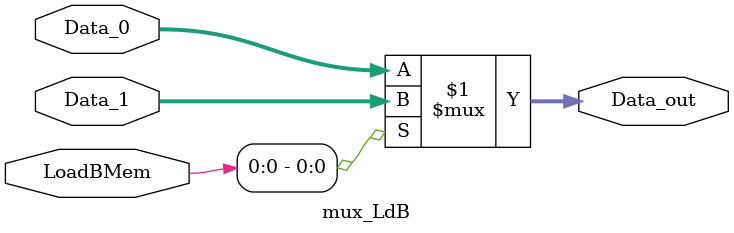
<source format=v>
module mux_LdB (
    input   wire    [1:0]   LoadBMem,
    input   wire    [31:0]  Data_0,     //  REG B
    input   wire    [31:0]  Data_1,     //  Mem[offset + rs][4-0]
    output  wire    [31:0]  Data_out
);

assign  Data_out    =   (LoadBMem[0])? Data_1  :   Data_0;

endmodule
</source>
